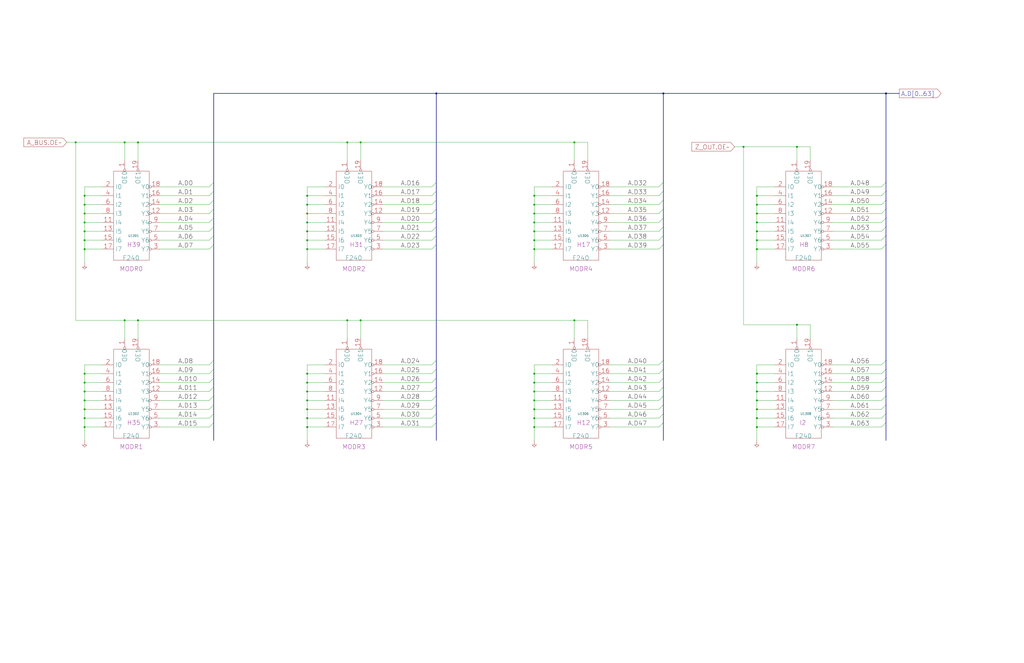
<source format=kicad_sch>
(kicad_sch (version 20250114) (generator "eeschema") (generator_version "9.0")
  (paper "User" 584.2 378.46)
  (title_block (title "LOOP COUNTER LOGIC\\nZERO DRIVERS") (date "15-MAR-90") (rev "1.0") (comment 1 "TYPE") (comment 2 "232-003062") (comment 3 "S400") (comment 4 "RELEASED"))
  (lib_symbols
    (symbol "r1000:F240" (pin_names (offset 1.016))
      (property "Reference" "U" (at 2.54 5.08 0))
      (property "Value" "F240" (at -3.81 -7.62 0))
      (property "Location" "___" (at -1.27 0 0))
      (property "Name" "______" (at 1.27 -15.24 0))
      (symbol "F240_1_1"
        (rectangle (start -8.89 41.91) (end 11.43 -8.89))
        (circle (center -2.54 42.545) (radius 0.635))
        (circle (center 5.08 42.545) (radius 0.635))
        (circle (center 12.065 33.02) (radius 0.635))
        (circle (center 12.065 27.94) (radius 0.635))
        (circle (center 12.065 22.86) (radius 0.635))
        (circle (center 12.065 17.78) (radius 0.635))
        (circle (center 12.065 12.7) (radius 0.635))
        (circle (center 12.065 7.62) (radius 0.635))
        (circle (center 12.065 2.54) (radius 0.635))
        (circle (center 12.065 -2.54) (radius 0.635))
        (pin input line (at -15.24 33.02 0) (length 6.35) (name "I0") (number "2"))
        (pin input line (at -15.24 27.94 0) (length 6.35) (name "I1") (number "4"))
        (pin input line (at -15.24 22.86 0) (length 6.35) (name "I2") (number "6"))
        (pin input line (at -15.24 17.78 0) (length 6.35) (name "I3") (number "8"))
        (pin input line (at -15.24 12.7 0) (length 6.35) (name "I4") (number "11"))
        (pin input line (at -15.24 7.62 0) (length 6.35) (name "I5") (number "13"))
        (pin input line (at -15.24 2.54 0) (length 6.35) (name "I6") (number "15"))
        (pin input line (at -15.24 -2.54 0) (length 6.35) (name "I7") (number "17"))
        (pin input line (at -2.54 48.26 270) (length 5.08) (name "OE0") (number "1"))
        (pin input line (at 5.08 48.26 270) (length 5.08) (name "OE1") (number "19"))
        (pin tri_state line (at 17.78 33.02 180) (length 5.08) (name "Y0") (number "18"))
        (pin tri_state line (at 17.78 27.94 180) (length 5.08) (name "Y1") (number "16"))
        (pin tri_state line (at 17.78 22.86 180) (length 5.08) (name "Y2") (number "14"))
        (pin tri_state line (at 17.78 17.78 180) (length 5.08) (name "Y3") (number "12"))
        (pin tri_state line (at 17.78 12.7 180) (length 5.08) (name "Y4") (number "9"))
        (pin tri_state line (at 17.78 7.62 180) (length 5.08) (name "Y5") (number "7"))
        (pin tri_state line (at 17.78 2.54 180) (length 5.08) (name "Y6") (number "5"))
        (pin tri_state line (at 17.78 -2.54 180) (length 5.08) (name "Y7") (number "3"))
      )
    )
    (symbol "r1000:PD" (power) (pin_numbers (hide yes)) (pin_names (hide yes)) (in_bom no)
      (symbol "PD_0_1"
        (polyline (pts (xy 0 -2.54) (xy 1.27 -2.54) (xy 0 -3.81) (xy -1.27 -2.54) (xy 0 -2.54)) (stroke (width 0.1524)))
      )
      (symbol "PD_1_1"
        (pin power_in line (at 0 0 270) (length 2.54) (name "PD") (number "1"))
      )
    )
  )
  (junction (at 175.26 228.6))
  (junction (at 304.8 111.76))
  (junction (at 304.8 213.36))
  (junction (at 304.8 243.84))
  (junction (at 48.26 233.68))
  (junction (at 304.8 238.76))
  (junction (at 78.74 182.88))
  (junction (at 175.26 116.84))
  (junction (at 48.26 228.6))
  (junction (at 48.26 238.76))
  (junction (at 48.26 223.52))
  (junction (at 454.66 83.82))
  (junction (at 304.8 142.24))
  (junction (at 304.8 121.92))
  (junction (at 48.26 137.16))
  (junction (at 304.8 218.44))
  (junction (at 431.8 111.76))
  (junction (at 304.8 116.84))
  (junction (at 48.26 142.24))
  (junction (at 431.8 142.24))
  (junction (at 248.92 53.34))
  (junction (at 424.18 83.82))
  (junction (at 304.8 228.6))
  (junction (at 431.8 121.92))
  (junction (at 48.26 111.76))
  (junction (at 431.8 137.16))
  (junction (at 175.26 142.24))
  (junction (at 48.26 132.08))
  (junction (at 175.26 233.68))
  (junction (at 175.26 121.92))
  (junction (at 175.26 218.44))
  (junction (at 198.12 182.88))
  (junction (at 175.26 127))
  (junction (at 48.26 213.36))
  (junction (at 43.18 81.28))
  (junction (at 431.8 238.76))
  (junction (at 431.8 218.44))
  (junction (at 175.26 243.84))
  (junction (at 431.8 127))
  (junction (at 175.26 111.76))
  (junction (at 431.8 243.84))
  (junction (at 327.66 81.28))
  (junction (at 175.26 223.52))
  (junction (at 304.8 223.52))
  (junction (at 48.26 127))
  (junction (at 505.46 53.34))
  (junction (at 304.8 233.68))
  (junction (at 304.8 132.08))
  (junction (at 175.26 238.76))
  (junction (at 78.74 81.28))
  (junction (at 378.46 53.34))
  (junction (at 304.8 137.16))
  (junction (at 71.12 182.88))
  (junction (at 175.26 132.08))
  (junction (at 48.26 243.84))
  (junction (at 48.26 116.84))
  (junction (at 205.74 182.88))
  (junction (at 175.26 137.16))
  (junction (at 198.12 81.28))
  (junction (at 48.26 121.92))
  (junction (at 431.8 233.68))
  (junction (at 71.12 81.28))
  (junction (at 304.8 127))
  (junction (at 431.8 132.08))
  (junction (at 48.26 218.44))
  (junction (at 431.8 116.84))
  (junction (at 431.8 213.36))
  (junction (at 175.26 213.36))
  (junction (at 431.8 223.52))
  (junction (at 327.66 182.88))
  (junction (at 431.8 228.6))
  (junction (at 454.66 185.42))
  (junction (at 205.74 81.28))
  (bus_entry (at 505.46 114.3) (size -2.54 2.54))
  (bus_entry (at 248.92 236.22) (size -2.54 2.54))
  (bus_entry (at 248.92 226.06) (size -2.54 2.54))
  (bus_entry (at 248.92 124.46) (size -2.54 2.54))
  (bus_entry (at 378.46 114.3) (size -2.54 2.54))
  (bus_entry (at 378.46 139.7) (size -2.54 2.54))
  (bus_entry (at 121.92 215.9) (size -2.54 2.54))
  (bus_entry (at 378.46 119.38) (size -2.54 2.54))
  (bus_entry (at 121.92 210.82) (size -2.54 2.54))
  (bus_entry (at 378.46 215.9) (size -2.54 2.54))
  (bus_entry (at 378.46 129.54) (size -2.54 2.54))
  (bus_entry (at 248.92 114.3) (size -2.54 2.54))
  (bus_entry (at 378.46 236.22) (size -2.54 2.54))
  (bus_entry (at 121.92 236.22) (size -2.54 2.54))
  (bus_entry (at 248.92 241.3) (size -2.54 2.54))
  (bus_entry (at 121.92 139.7) (size -2.54 2.54))
  (bus_entry (at 248.92 215.9) (size -2.54 2.54))
  (bus_entry (at 121.92 129.54) (size -2.54 2.54))
  (bus_entry (at 121.92 109.22) (size -2.54 2.54))
  (bus_entry (at 121.92 231.14) (size -2.54 2.54))
  (bus_entry (at 248.92 104.14) (size -2.54 2.54))
  (bus_entry (at 378.46 104.14) (size -2.54 2.54))
  (bus_entry (at 505.46 139.7) (size -2.54 2.54))
  (bus_entry (at 505.46 104.14) (size -2.54 2.54))
  (bus_entry (at 248.92 109.22) (size -2.54 2.54))
  (bus_entry (at 505.46 215.9) (size -2.54 2.54))
  (bus_entry (at 121.92 241.3) (size -2.54 2.54))
  (bus_entry (at 248.92 129.54) (size -2.54 2.54))
  (bus_entry (at 378.46 205.74) (size -2.54 2.54))
  (bus_entry (at 505.46 134.62) (size -2.54 2.54))
  (bus_entry (at 378.46 134.62) (size -2.54 2.54))
  (bus_entry (at 505.46 236.22) (size -2.54 2.54))
  (bus_entry (at 505.46 109.22) (size -2.54 2.54))
  (bus_entry (at 505.46 129.54) (size -2.54 2.54))
  (bus_entry (at 505.46 210.82) (size -2.54 2.54))
  (bus_entry (at 248.92 231.14) (size -2.54 2.54))
  (bus_entry (at 378.46 124.46) (size -2.54 2.54))
  (bus_entry (at 248.92 134.62) (size -2.54 2.54))
  (bus_entry (at 505.46 220.98) (size -2.54 2.54))
  (bus_entry (at 505.46 124.46) (size -2.54 2.54))
  (bus_entry (at 121.92 104.14) (size -2.54 2.54))
  (bus_entry (at 248.92 210.82) (size -2.54 2.54))
  (bus_entry (at 248.92 119.38) (size -2.54 2.54))
  (bus_entry (at 121.92 114.3) (size -2.54 2.54))
  (bus_entry (at 378.46 231.14) (size -2.54 2.54))
  (bus_entry (at 378.46 241.3) (size -2.54 2.54))
  (bus_entry (at 505.46 241.3) (size -2.54 2.54))
  (bus_entry (at 121.92 205.74) (size -2.54 2.54))
  (bus_entry (at 505.46 205.74) (size -2.54 2.54))
  (bus_entry (at 121.92 124.46) (size -2.54 2.54))
  (bus_entry (at 248.92 205.74) (size -2.54 2.54))
  (bus_entry (at 378.46 210.82) (size -2.54 2.54))
  (bus_entry (at 121.92 226.06) (size -2.54 2.54))
  (bus_entry (at 505.46 119.38) (size -2.54 2.54))
  (bus_entry (at 378.46 226.06) (size -2.54 2.54))
  (bus_entry (at 378.46 220.98) (size -2.54 2.54))
  (bus_entry (at 505.46 231.14) (size -2.54 2.54))
  (bus_entry (at 121.92 119.38) (size -2.54 2.54))
  (bus_entry (at 248.92 220.98) (size -2.54 2.54))
  (bus_entry (at 121.92 220.98) (size -2.54 2.54))
  (bus_entry (at 248.92 139.7) (size -2.54 2.54))
  (bus_entry (at 505.46 226.06) (size -2.54 2.54))
  (bus_entry (at 121.92 134.62) (size -2.54 2.54))
  (bus_entry (at 378.46 109.22) (size -2.54 2.54))
  (wire (pts (xy 48.26 233.68) (xy 58.42 233.68)))
  (bus (pts (xy 248.92 236.22) (xy 248.92 241.3)))
  (bus (pts (xy 121.92 226.06) (xy 121.92 231.14)))
  (wire (pts (xy 91.44 213.36) (xy 119.38 213.36)))
  (wire (pts (xy 218.44 142.24) (xy 246.38 142.24)))
  (wire (pts (xy 43.18 182.88) (xy 43.18 81.28)))
  (wire (pts (xy 431.8 223.52) (xy 431.8 228.6)))
  (wire (pts (xy 347.98 111.76) (xy 375.92 111.76)))
  (wire (pts (xy 474.98 142.24) (xy 502.92 142.24)))
  (wire (pts (xy 431.8 132.08) (xy 431.8 137.16)))
  (bus (pts (xy 378.46 226.06) (xy 378.46 231.14)))
  (wire (pts (xy 304.8 127) (xy 304.8 132.08)))
  (bus (pts (xy 121.92 231.14) (xy 121.92 236.22)))
  (wire (pts (xy 304.8 218.44) (xy 314.96 218.44)))
  (wire (pts (xy 48.26 127) (xy 58.42 127)))
  (wire (pts (xy 205.74 182.88) (xy 205.74 193.04)))
  (wire (pts (xy 175.26 228.6) (xy 175.26 233.68)))
  (bus (pts (xy 378.46 139.7) (xy 378.46 205.74)))
  (bus (pts (xy 505.46 220.98) (xy 505.46 226.06)))
  (wire (pts (xy 431.8 142.24) (xy 431.8 149.86)))
  (bus (pts (xy 505.46 215.9) (xy 505.46 220.98)))
  (wire (pts (xy 335.28 182.88) (xy 335.28 193.04)))
  (wire (pts (xy 48.26 223.52) (xy 58.42 223.52)))
  (wire (pts (xy 431.8 243.84) (xy 431.8 251.46)))
  (bus (pts (xy 121.92 220.98) (xy 121.92 226.06)))
  (wire (pts (xy 347.98 208.28) (xy 375.92 208.28)))
  (wire (pts (xy 205.74 182.88) (xy 198.12 182.88)))
  (bus (pts (xy 378.46 53.34) (xy 505.46 53.34)))
  (wire (pts (xy 431.8 233.68) (xy 441.96 233.68)))
  (wire (pts (xy 474.98 137.16) (xy 502.92 137.16)))
  (wire (pts (xy 175.26 223.52) (xy 175.26 228.6)))
  (wire (pts (xy 304.8 233.68) (xy 304.8 238.76)))
  (bus (pts (xy 505.46 124.46) (xy 505.46 129.54)))
  (bus (pts (xy 378.46 205.74) (xy 378.46 210.82)))
  (wire (pts (xy 304.8 121.92) (xy 314.96 121.92)))
  (wire (pts (xy 454.66 83.82) (xy 454.66 91.44)))
  (wire (pts (xy 424.18 83.82) (xy 454.66 83.82)))
  (bus (pts (xy 378.46 241.3) (xy 378.46 251.46)))
  (bus (pts (xy 248.92 129.54) (xy 248.92 134.62)))
  (bus (pts (xy 505.46 134.62) (xy 505.46 139.7)))
  (bus (pts (xy 248.92 119.38) (xy 248.92 124.46)))
  (wire (pts (xy 304.8 238.76) (xy 314.96 238.76)))
  (wire (pts (xy 91.44 218.44) (xy 119.38 218.44)))
  (wire (pts (xy 175.26 106.68) (xy 175.26 111.76)))
  (wire (pts (xy 175.26 127) (xy 185.42 127)))
  (wire (pts (xy 43.18 81.28) (xy 71.12 81.28)))
  (wire (pts (xy 48.26 111.76) (xy 58.42 111.76)))
  (wire (pts (xy 218.44 238.76) (xy 246.38 238.76)))
  (bus (pts (xy 121.92 53.34) (xy 121.92 104.14)))
  (bus (pts (xy 248.92 53.34) (xy 248.92 104.14)))
  (bus (pts (xy 121.92 215.9) (xy 121.92 220.98)))
  (wire (pts (xy 304.8 218.44) (xy 304.8 223.52)))
  (wire (pts (xy 78.74 182.88) (xy 78.74 193.04)))
  (wire (pts (xy 218.44 223.52) (xy 246.38 223.52)))
  (wire (pts (xy 474.98 238.76) (xy 502.92 238.76)))
  (wire (pts (xy 347.98 233.68) (xy 375.92 233.68)))
  (wire (pts (xy 304.8 223.52) (xy 314.96 223.52)))
  (wire (pts (xy 175.26 238.76) (xy 185.42 238.76)))
  (wire (pts (xy 431.8 228.6) (xy 431.8 233.68)))
  (wire (pts (xy 431.8 127) (xy 441.96 127)))
  (wire (pts (xy 454.66 83.82) (xy 462.28 83.82)))
  (wire (pts (xy 304.8 228.6) (xy 314.96 228.6)))
  (wire (pts (xy 431.8 116.84) (xy 441.96 116.84)))
  (wire (pts (xy 175.26 243.84) (xy 175.26 251.46)))
  (bus (pts (xy 505.46 53.34) (xy 505.46 104.14)))
  (bus (pts (xy 248.92 53.34) (xy 378.46 53.34)))
  (wire (pts (xy 347.98 223.52) (xy 375.92 223.52)))
  (wire (pts (xy 198.12 182.88) (xy 78.74 182.88)))
  (bus (pts (xy 505.46 210.82) (xy 505.46 215.9)))
  (wire (pts (xy 314.96 208.28) (xy 304.8 208.28)))
  (wire (pts (xy 198.12 182.88) (xy 198.12 193.04)))
  (wire (pts (xy 218.44 121.92) (xy 246.38 121.92)))
  (bus (pts (xy 121.92 104.14) (xy 121.92 109.22)))
  (wire (pts (xy 91.44 142.24) (xy 119.38 142.24)))
  (wire (pts (xy 347.98 213.36) (xy 375.92 213.36)))
  (wire (pts (xy 175.26 243.84) (xy 185.42 243.84)))
  (wire (pts (xy 205.74 81.28) (xy 327.66 81.28)))
  (bus (pts (xy 505.46 236.22) (xy 505.46 241.3)))
  (wire (pts (xy 71.12 182.88) (xy 71.12 193.04)))
  (bus (pts (xy 248.92 215.9) (xy 248.92 220.98)))
  (wire (pts (xy 419.1 83.82) (xy 424.18 83.82)))
  (bus (pts (xy 121.92 124.46) (xy 121.92 129.54)))
  (wire (pts (xy 48.26 111.76) (xy 48.26 116.84)))
  (wire (pts (xy 91.44 238.76) (xy 119.38 238.76)))
  (wire (pts (xy 198.12 81.28) (xy 198.12 91.44)))
  (wire (pts (xy 48.26 121.92) (xy 48.26 127)))
  (wire (pts (xy 431.8 137.16) (xy 431.8 142.24)))
  (wire (pts (xy 474.98 116.84) (xy 502.92 116.84)))
  (wire (pts (xy 441.96 208.28) (xy 431.8 208.28)))
  (wire (pts (xy 175.26 137.16) (xy 185.42 137.16)))
  (wire (pts (xy 91.44 111.76) (xy 119.38 111.76)))
  (wire (pts (xy 474.98 218.44) (xy 502.92 218.44)))
  (bus (pts (xy 248.92 139.7) (xy 248.92 205.74)))
  (wire (pts (xy 462.28 185.42) (xy 454.66 185.42)))
  (bus (pts (xy 378.46 220.98) (xy 378.46 226.06)))
  (wire (pts (xy 347.98 106.68) (xy 375.92 106.68)))
  (wire (pts (xy 304.8 111.76) (xy 314.96 111.76)))
  (wire (pts (xy 175.26 208.28) (xy 175.26 213.36)))
  (wire (pts (xy 48.26 218.44) (xy 48.26 223.52)))
  (wire (pts (xy 424.18 185.42) (xy 424.18 83.82)))
  (wire (pts (xy 431.8 132.08) (xy 441.96 132.08)))
  (bus (pts (xy 121.92 119.38) (xy 121.92 124.46)))
  (wire (pts (xy 91.44 223.52) (xy 119.38 223.52)))
  (bus (pts (xy 378.46 129.54) (xy 378.46 134.62)))
  (wire (pts (xy 431.8 223.52) (xy 441.96 223.52)))
  (bus (pts (xy 121.92 205.74) (xy 121.92 210.82)))
  (wire (pts (xy 474.98 228.6) (xy 502.92 228.6)))
  (bus (pts (xy 248.92 210.82) (xy 248.92 215.9)))
  (wire (pts (xy 431.8 208.28) (xy 431.8 213.36)))
  (wire (pts (xy 431.8 121.92) (xy 431.8 127)))
  (wire (pts (xy 48.26 228.6) (xy 48.26 233.68)))
  (wire (pts (xy 175.26 132.08) (xy 185.42 132.08)))
  (wire (pts (xy 431.8 121.92) (xy 441.96 121.92)))
  (bus (pts (xy 378.46 124.46) (xy 378.46 129.54)))
  (wire (pts (xy 304.8 132.08) (xy 314.96 132.08)))
  (wire (pts (xy 175.26 218.44) (xy 185.42 218.44)))
  (wire (pts (xy 48.26 233.68) (xy 48.26 238.76)))
  (wire (pts (xy 431.8 106.68) (xy 431.8 111.76)))
  (wire (pts (xy 454.66 185.42) (xy 424.18 185.42)))
  (wire (pts (xy 431.8 137.16) (xy 441.96 137.16)))
  (wire (pts (xy 175.26 137.16) (xy 175.26 142.24)))
  (wire (pts (xy 474.98 213.36) (xy 502.92 213.36)))
  (wire (pts (xy 78.74 81.28) (xy 198.12 81.28)))
  (bus (pts (xy 378.46 231.14) (xy 378.46 236.22)))
  (wire (pts (xy 304.8 238.76) (xy 304.8 243.84)))
  (wire (pts (xy 48.26 137.16) (xy 58.42 137.16)))
  (bus (pts (xy 248.92 109.22) (xy 248.92 114.3)))
  (bus (pts (xy 248.92 241.3) (xy 248.92 251.46)))
  (wire (pts (xy 175.26 223.52) (xy 185.42 223.52)))
  (wire (pts (xy 304.8 106.68) (xy 304.8 111.76)))
  (wire (pts (xy 48.26 228.6) (xy 58.42 228.6)))
  (wire (pts (xy 335.28 81.28) (xy 335.28 91.44)))
  (wire (pts (xy 91.44 233.68) (xy 119.38 233.68)))
  (wire (pts (xy 48.26 243.84) (xy 58.42 243.84)))
  (wire (pts (xy 175.26 218.44) (xy 175.26 223.52)))
  (bus (pts (xy 505.46 129.54) (xy 505.46 134.62)))
  (wire (pts (xy 48.26 213.36) (xy 58.42 213.36)))
  (wire (pts (xy 185.42 106.68) (xy 175.26 106.68)))
  (wire (pts (xy 198.12 81.28) (xy 205.74 81.28)))
  (wire (pts (xy 48.26 238.76) (xy 48.26 243.84)))
  (bus (pts (xy 505.46 231.14) (xy 505.46 236.22)))
  (wire (pts (xy 347.98 116.84) (xy 375.92 116.84)))
  (wire (pts (xy 175.26 116.84) (xy 175.26 121.92)))
  (wire (pts (xy 474.98 243.84) (xy 502.92 243.84)))
  (wire (pts (xy 431.8 218.44) (xy 431.8 223.52)))
  (bus (pts (xy 121.92 129.54) (xy 121.92 134.62)))
  (wire (pts (xy 185.42 208.28) (xy 175.26 208.28)))
  (wire (pts (xy 304.8 111.76) (xy 304.8 116.84)))
  (wire (pts (xy 304.8 121.92) (xy 304.8 127)))
  (wire (pts (xy 304.8 137.16) (xy 314.96 137.16)))
  (wire (pts (xy 175.26 111.76) (xy 185.42 111.76)))
  (bus (pts (xy 121.92 134.62) (xy 121.92 139.7)))
  (bus (pts (xy 121.92 241.3) (xy 121.92 251.46)))
  (wire (pts (xy 48.26 137.16) (xy 48.26 142.24)))
  (wire (pts (xy 218.44 243.84) (xy 246.38 243.84)))
  (wire (pts (xy 304.8 213.36) (xy 304.8 218.44)))
  (wire (pts (xy 347.98 243.84) (xy 375.92 243.84)))
  (wire (pts (xy 218.44 233.68) (xy 246.38 233.68)))
  (wire (pts (xy 431.8 111.76) (xy 431.8 116.84)))
  (wire (pts (xy 218.44 116.84) (xy 246.38 116.84)))
  (wire (pts (xy 91.44 116.84) (xy 119.38 116.84)))
  (wire (pts (xy 175.26 121.92) (xy 175.26 127)))
  (wire (pts (xy 218.44 137.16) (xy 246.38 137.16)))
  (wire (pts (xy 454.66 185.42) (xy 454.66 193.04)))
  (wire (pts (xy 304.8 228.6) (xy 304.8 233.68)))
  (wire (pts (xy 474.98 223.52) (xy 502.92 223.52)))
  (wire (pts (xy 431.8 228.6) (xy 441.96 228.6)))
  (wire (pts (xy 431.8 238.76) (xy 441.96 238.76)))
  (bus (pts (xy 378.46 134.62) (xy 378.46 139.7)))
  (bus (pts (xy 121.92 114.3) (xy 121.92 119.38)))
  (wire (pts (xy 304.8 223.52) (xy 304.8 228.6)))
  (bus (pts (xy 378.46 236.22) (xy 378.46 241.3)))
  (wire (pts (xy 48.26 213.36) (xy 48.26 218.44)))
  (wire (pts (xy 48.26 106.68) (xy 48.26 111.76)))
  (wire (pts (xy 431.8 111.76) (xy 441.96 111.76)))
  (wire (pts (xy 48.26 243.84) (xy 48.26 251.46)))
  (wire (pts (xy 327.66 81.28) (xy 335.28 81.28)))
  (wire (pts (xy 431.8 213.36) (xy 441.96 213.36)))
  (wire (pts (xy 48.26 142.24) (xy 48.26 149.86)))
  (wire (pts (xy 218.44 106.68) (xy 246.38 106.68)))
  (bus (pts (xy 378.46 109.22) (xy 378.46 114.3)))
  (wire (pts (xy 218.44 111.76) (xy 246.38 111.76)))
  (wire (pts (xy 48.26 132.08) (xy 58.42 132.08)))
  (bus (pts (xy 378.46 104.14) (xy 378.46 109.22)))
  (wire (pts (xy 304.8 116.84) (xy 304.8 121.92)))
  (bus (pts (xy 248.92 231.14) (xy 248.92 236.22)))
  (wire (pts (xy 48.26 132.08) (xy 48.26 137.16)))
  (bus (pts (xy 248.92 205.74) (xy 248.92 210.82)))
  (wire (pts (xy 304.8 208.28) (xy 304.8 213.36)))
  (wire (pts (xy 48.26 223.52) (xy 48.26 228.6)))
  (bus (pts (xy 505.46 114.3) (xy 505.46 119.38)))
  (wire (pts (xy 304.8 142.24) (xy 314.96 142.24)))
  (wire (pts (xy 304.8 233.68) (xy 314.96 233.68)))
  (wire (pts (xy 175.26 111.76) (xy 175.26 116.84)))
  (wire (pts (xy 48.26 142.24) (xy 58.42 142.24)))
  (bus (pts (xy 505.46 226.06) (xy 505.46 231.14)))
  (bus (pts (xy 505.46 109.22) (xy 505.46 114.3)))
  (wire (pts (xy 335.28 182.88) (xy 327.66 182.88)))
  (wire (pts (xy 347.98 137.16) (xy 375.92 137.16)))
  (wire (pts (xy 347.98 238.76) (xy 375.92 238.76)))
  (wire (pts (xy 474.98 208.28) (xy 502.92 208.28)))
  (bus (pts (xy 248.92 134.62) (xy 248.92 139.7)))
  (wire (pts (xy 58.42 106.68) (xy 48.26 106.68)))
  (wire (pts (xy 347.98 121.92) (xy 375.92 121.92)))
  (wire (pts (xy 474.98 121.92) (xy 502.92 121.92)))
  (wire (pts (xy 347.98 228.6) (xy 375.92 228.6)))
  (wire (pts (xy 175.26 228.6) (xy 185.42 228.6)))
  (wire (pts (xy 304.8 213.36) (xy 314.96 213.36)))
  (bus (pts (xy 505.46 241.3) (xy 505.46 251.46)))
  (bus (pts (xy 378.46 215.9) (xy 378.46 220.98)))
  (bus (pts (xy 248.92 104.14) (xy 248.92 109.22)))
  (wire (pts (xy 431.8 233.68) (xy 431.8 238.76)))
  (wire (pts (xy 474.98 111.76) (xy 502.92 111.76)))
  (wire (pts (xy 218.44 213.36) (xy 246.38 213.36)))
  (bus (pts (xy 378.46 119.38) (xy 378.46 124.46)))
  (wire (pts (xy 218.44 218.44) (xy 246.38 218.44)))
  (wire (pts (xy 175.26 233.68) (xy 175.26 238.76)))
  (wire (pts (xy 205.74 81.28) (xy 205.74 91.44)))
  (bus (pts (xy 248.92 124.46) (xy 248.92 129.54)))
  (wire (pts (xy 78.74 81.28) (xy 78.74 91.44)))
  (wire (pts (xy 175.26 233.68) (xy 185.42 233.68)))
  (wire (pts (xy 175.26 127) (xy 175.26 132.08)))
  (wire (pts (xy 218.44 127) (xy 246.38 127)))
  (wire (pts (xy 462.28 83.82) (xy 462.28 91.44)))
  (bus (pts (xy 505.46 205.74) (xy 505.46 210.82)))
  (wire (pts (xy 431.8 238.76) (xy 431.8 243.84)))
  (bus (pts (xy 378.46 114.3) (xy 378.46 119.38)))
  (wire (pts (xy 48.26 127) (xy 48.26 132.08)))
  (bus (pts (xy 505.46 139.7) (xy 505.46 205.74)))
  (wire (pts (xy 441.96 106.68) (xy 431.8 106.68)))
  (wire (pts (xy 304.8 243.84) (xy 314.96 243.84)))
  (wire (pts (xy 347.98 127) (xy 375.92 127)))
  (bus (pts (xy 505.46 104.14) (xy 505.46 109.22)))
  (bus (pts (xy 121.92 210.82) (xy 121.92 215.9)))
  (wire (pts (xy 304.8 132.08) (xy 304.8 137.16)))
  (wire (pts (xy 175.26 142.24) (xy 185.42 142.24)))
  (wire (pts (xy 58.42 208.28) (xy 48.26 208.28)))
  (wire (pts (xy 48.26 218.44) (xy 58.42 218.44)))
  (wire (pts (xy 91.44 121.92) (xy 119.38 121.92)))
  (wire (pts (xy 462.28 185.42) (xy 462.28 193.04)))
  (wire (pts (xy 304.8 116.84) (xy 314.96 116.84)))
  (wire (pts (xy 175.26 116.84) (xy 185.42 116.84)))
  (wire (pts (xy 48.26 208.28) (xy 48.26 213.36)))
  (bus (pts (xy 121.92 236.22) (xy 121.92 241.3)))
  (wire (pts (xy 38.1 81.28) (xy 43.18 81.28)))
  (wire (pts (xy 175.26 213.36) (xy 175.26 218.44)))
  (wire (pts (xy 474.98 127) (xy 502.92 127)))
  (wire (pts (xy 218.44 208.28) (xy 246.38 208.28)))
  (wire (pts (xy 304.8 243.84) (xy 304.8 251.46)))
  (bus (pts (xy 248.92 226.06) (xy 248.92 231.14)))
  (wire (pts (xy 175.26 121.92) (xy 185.42 121.92)))
  (bus (pts (xy 378.46 210.82) (xy 378.46 215.9)))
  (bus (pts (xy 248.92 220.98) (xy 248.92 226.06)))
  (wire (pts (xy 474.98 233.68) (xy 502.92 233.68)))
  (wire (pts (xy 71.12 81.28) (xy 71.12 91.44)))
  (wire (pts (xy 314.96 106.68) (xy 304.8 106.68)))
  (bus (pts (xy 378.46 53.34) (xy 378.46 104.14)))
  (wire (pts (xy 327.66 182.88) (xy 327.66 193.04)))
  (wire (pts (xy 71.12 182.88) (xy 43.18 182.88)))
  (wire (pts (xy 175.26 238.76) (xy 175.26 243.84)))
  (wire (pts (xy 91.44 132.08) (xy 119.38 132.08)))
  (wire (pts (xy 175.26 213.36) (xy 185.42 213.36)))
  (wire (pts (xy 347.98 142.24) (xy 375.92 142.24)))
  (bus (pts (xy 121.92 139.7) (xy 121.92 205.74)))
  (wire (pts (xy 91.44 208.28) (xy 119.38 208.28)))
  (bus (pts (xy 121.92 109.22) (xy 121.92 114.3)))
  (wire (pts (xy 474.98 132.08) (xy 502.92 132.08)))
  (wire (pts (xy 175.26 132.08) (xy 175.26 137.16)))
  (wire (pts (xy 431.8 213.36) (xy 431.8 218.44)))
  (wire (pts (xy 327.66 182.88) (xy 205.74 182.88)))
  (wire (pts (xy 48.26 116.84) (xy 58.42 116.84)))
  (wire (pts (xy 431.8 116.84) (xy 431.8 121.92)))
  (wire (pts (xy 304.8 137.16) (xy 304.8 142.24)))
  (wire (pts (xy 48.26 116.84) (xy 48.26 121.92)))
  (wire (pts (xy 431.8 218.44) (xy 441.96 218.44)))
  (bus (pts (xy 505.46 53.34) (xy 513.08 53.34)))
  (bus (pts (xy 121.92 53.34) (xy 248.92 53.34)))
  (wire (pts (xy 431.8 127) (xy 431.8 132.08)))
  (bus (pts (xy 505.46 119.38) (xy 505.46 124.46)))
  (wire (pts (xy 347.98 218.44) (xy 375.92 218.44)))
  (wire (pts (xy 91.44 243.84) (xy 119.38 243.84)))
  (wire (pts (xy 304.8 127) (xy 314.96 127)))
  (wire (pts (xy 474.98 106.68) (xy 502.92 106.68)))
  (wire (pts (xy 347.98 132.08) (xy 375.92 132.08)))
  (wire (pts (xy 431.8 243.84) (xy 441.96 243.84)))
  (wire (pts (xy 91.44 137.16) (xy 119.38 137.16)))
  (wire (pts (xy 91.44 228.6) (xy 119.38 228.6)))
  (bus (pts (xy 248.92 114.3) (xy 248.92 119.38)))
  (wire (pts (xy 327.66 81.28) (xy 327.66 91.44)))
  (wire (pts (xy 48.26 121.92) (xy 58.42 121.92)))
  (wire (pts (xy 48.26 238.76) (xy 58.42 238.76)))
  (wire (pts (xy 71.12 81.28) (xy 78.74 81.28)))
  (wire (pts (xy 218.44 132.08) (xy 246.38 132.08)))
  (wire (pts (xy 91.44 127) (xy 119.38 127)))
  (wire (pts (xy 304.8 142.24) (xy 304.8 149.86)))
  (wire (pts (xy 175.26 142.24) (xy 175.26 149.86)))
  (wire (pts (xy 78.74 182.88) (xy 71.12 182.88)))
  (wire (pts (xy 91.44 106.68) (xy 119.38 106.68)))
  (wire (pts (xy 431.8 142.24) (xy 441.96 142.24)))
  (wire (pts (xy 218.44 228.6) (xy 246.38 228.6)))
  (label "A.D54" (at 485.14 137.16 0) (effects (font (size 2.54 2.54))))
  (label "A.D18" (at 228.6 116.84 0) (effects (font (size 2.54 2.54))))
  (label "A.D9" (at 101.6 213.36 0) (effects (font (size 2.54 2.54))))
  (label "A.D10" (at 101.6 218.44 0) (effects (font (size 2.54 2.54))))
  (label "A.D38" (at 358.14 137.16 0) (effects (font (size 2.54 2.54))))
  (label "A.D62" (at 485.14 238.76 0) (effects (font (size 2.54 2.54))))
  (label "A.D44" (at 358.14 228.6 0) (effects (font (size 2.54 2.54))))
  (label "A.D51" (at 485.14 121.92 0) (effects (font (size 2.54 2.54))))
  (label "A.D36" (at 358.14 127 0) (effects (font (size 2.54 2.54))))
  (label "A.D63" (at 485.14 243.84 0) (effects (font (size 2.54 2.54))))
  (label "A.D13" (at 101.6 233.68 0) (effects (font (size 2.54 2.54))))
  (label "A.D45" (at 358.14 233.68 0) (effects (font (size 2.54 2.54))))
  (label "A.D57" (at 485.14 213.36 0) (effects (font (size 2.54 2.54))))
  (label "A.D47" (at 358.14 243.84 0) (effects (font (size 2.54 2.54))))
  (label "A.D48" (at 485.14 106.68 0) (effects (font (size 2.54 2.54))))
  (label "A.D12" (at 101.6 228.6 0) (effects (font (size 2.54 2.54))))
  (label "A.D19" (at 228.6 121.92 0) (effects (font (size 2.54 2.54))))
  (label "A.D59" (at 485.14 223.52 0) (effects (font (size 2.54 2.54))))
  (label "A.D37" (at 358.14 132.08 0) (effects (font (size 2.54 2.54))))
  (label "A.D60" (at 485.14 228.6 0) (effects (font (size 2.54 2.54))))
  (label "A.D23" (at 228.6 142.24 0) (effects (font (size 2.54 2.54))))
  (label "A.D14" (at 101.6 238.76 0) (effects (font (size 2.54 2.54))))
  (label "A.D52" (at 485.14 127 0) (effects (font (size 2.54 2.54))))
  (label "A.D34" (at 358.14 116.84 0) (effects (font (size 2.54 2.54))))
  (label "A.D33" (at 358.14 111.76 0) (effects (font (size 2.54 2.54))))
  (label "A.D28" (at 228.6 228.6 0) (effects (font (size 2.54 2.54))))
  (label "A.D30" (at 228.6 238.76 0) (effects (font (size 2.54 2.54))))
  (label "A.D29" (at 228.6 233.68 0) (effects (font (size 2.54 2.54))))
  (label "A.D6" (at 101.6 137.16 0) (effects (font (size 2.54 2.54))))
  (label "A.D15" (at 101.6 243.84 0) (effects (font (size 2.54 2.54))))
  (label "A.D2" (at 101.6 116.84 0) (effects (font (size 2.54 2.54))))
  (label "A.D21" (at 228.6 132.08 0) (effects (font (size 2.54 2.54))))
  (label "A.D4" (at 101.6 127 0) (effects (font (size 2.54 2.54))))
  (label "A.D53" (at 485.14 132.08 0) (effects (font (size 2.54 2.54))))
  (label "A.D17" (at 228.6 111.76 0) (effects (font (size 2.54 2.54))))
  (label "A.D46" (at 358.14 238.76 0) (effects (font (size 2.54 2.54))))
  (label "A.D1" (at 101.6 111.76 0) (effects (font (size 2.54 2.54))))
  (label "A.D42" (at 358.14 218.44 0) (effects (font (size 2.54 2.54))))
  (label "A.D50" (at 485.14 116.84 0) (effects (font (size 2.54 2.54))))
  (label "A.D49" (at 485.14 111.76 0) (effects (font (size 2.54 2.54))))
  (label "A.D43" (at 358.14 223.52 0) (effects (font (size 2.54 2.54))))
  (label "A.D26" (at 228.6 218.44 0) (effects (font (size 2.54 2.54))))
  (label "A.D35" (at 358.14 121.92 0) (effects (font (size 2.54 2.54))))
  (label "A.D31" (at 228.6 243.84 0) (effects (font (size 2.54 2.54))))
  (label "A.D22" (at 228.6 137.16 0) (effects (font (size 2.54 2.54))))
  (label "A.D0" (at 101.6 106.68 0) (effects (font (size 2.54 2.54))))
  (label "A.D25" (at 228.6 213.36 0) (effects (font (size 2.54 2.54))))
  (label "A.D61" (at 485.14 233.68 0) (effects (font (size 2.54 2.54))))
  (label "A.D32" (at 358.14 106.68 0) (effects (font (size 2.54 2.54))))
  (label "A.D40" (at 358.14 208.28 0) (effects (font (size 2.54 2.54))))
  (label "A.D24" (at 228.6 208.28 0) (effects (font (size 2.54 2.54))))
  (label "A.D3" (at 101.6 121.92 0) (effects (font (size 2.54 2.54))))
  (label "A.D56" (at 485.14 208.28 0) (effects (font (size 2.54 2.54))))
  (label "A.D27" (at 228.6 223.52 0) (effects (font (size 2.54 2.54))))
  (label "A.D41" (at 358.14 213.36 0) (effects (font (size 2.54 2.54))))
  (label "A.D5" (at 101.6 132.08 0) (effects (font (size 2.54 2.54))))
  (label "A.D16" (at 228.6 106.68 0) (effects (font (size 2.54 2.54))))
  (label "A.D8" (at 101.6 208.28 0) (effects (font (size 2.54 2.54))))
  (label "A.D39" (at 358.14 142.24 0) (effects (font (size 2.54 2.54))))
  (label "A.D11" (at 101.6 223.52 0) (effects (font (size 2.54 2.54))))
  (label "A.D58" (at 485.14 218.44 0) (effects (font (size 2.54 2.54))))
  (label "A.D7" (at 101.6 142.24 0) (effects (font (size 2.54 2.54))))
  (label "A.D20" (at 228.6 127 0) (effects (font (size 2.54 2.54))))
  (label "A.D55" (at 485.14 142.24 0) (effects (font (size 2.54 2.54))))
  (global_label "A.D[0..63]" (shape output) (at 513.08 53.34 0) (effects (font (size 2.54 2.54))) (property "Intersheetrefs" "${INTERSHEET_REFS}" (at 536.8955 53.1813 0) (effects (font (size 1.905 1.905)) (justify left))))
  (global_label "A_BUS.OE~" (shape input) (at 38.1 81.28 180) (effects (font (size 2.54 2.54))) (property "Intersheetrefs" "${INTERSHEET_REFS}" (at 13.5588 81.1213 0) (effects (font (size 1.905 1.905)) (justify right))))
  (global_label "Z_OUT.OE~" (shape input) (at 419.1 83.82 180) (effects (font (size 2.54 2.54))) (property "Intersheetrefs" "${INTERSHEET_REFS}" (at 394.6797 83.6613 0) (effects (font (size 1.905 1.905)) (justify right))))
  (symbol (lib_id "r1000:PD") (at 48.26 251.46 0) (unit 1) (in_bom no)
    (property "Reference" "#PWR01302" (effects (hide yes)))
    (property "Value" "PD" (effects (hide yes)))
  )
  (symbol (lib_id "r1000:F240") (at 330.2 139.7 0) (unit 1)
    (property "Reference" "U1305" (at 332.74 134.62 0))
    (property "Value" "F240" (at 326.39 147.32 0) (effects (font (size 2.54 2.54)) (justify left)))
    (property "Location" "H17" (at 328.93 139.7 0) (effects (font (size 2.54 2.54)) (justify left)))
    (property "Name" "MODR4" (at 331.47 154.94 0) (effects (font (size 2.54 2.54)) (justify bottom)))
  )
  (symbol (lib_id "r1000:PD") (at 304.8 149.86 0) (unit 1) (in_bom no)
    (property "Reference" "#PWR01305" (effects (hide yes)))
    (property "Value" "PD" (effects (hide yes)))
  )
  (symbol (lib_id "r1000:PD") (at 48.26 149.86 0) (unit 1) (in_bom no)
    (property "Reference" "#PWR01301" (effects (hide yes)))
    (property "Value" "PD" (effects (hide yes)))
  )
  (symbol (lib_id "r1000:F240") (at 73.66 241.3 0) (unit 1)
    (property "Reference" "U1302" (at 76.2 236.22 0))
    (property "Value" "F240" (at 69.85 248.92 0) (effects (font (size 2.54 2.54)) (justify left)))
    (property "Location" "H35" (at 72.39 241.3 0) (effects (font (size 2.54 2.54)) (justify left)))
    (property "Name" "MODR1" (at 74.93 256.54 0) (effects (font (size 2.54 2.54)) (justify bottom)))
  )
  (symbol (lib_id "r1000:PD") (at 431.8 149.86 0) (unit 1) (in_bom no)
    (property "Reference" "#PWR01307" (effects (hide yes)))
    (property "Value" "PD" (effects (hide yes)))
  )
  (symbol (lib_id "r1000:PD") (at 175.26 251.46 0) (unit 1) (in_bom no)
    (property "Reference" "#PWR01304" (effects (hide yes)))
    (property "Value" "PD" (effects (hide yes)))
  )
  (symbol (lib_id "r1000:F240") (at 330.2 241.3 0) (unit 1)
    (property "Reference" "U1306" (at 332.74 236.22 0))
    (property "Value" "F240" (at 326.39 248.92 0) (effects (font (size 2.54 2.54)) (justify left)))
    (property "Location" "H12" (at 328.93 241.3 0) (effects (font (size 2.54 2.54)) (justify left)))
    (property "Name" "MODR5" (at 331.47 256.54 0) (effects (font (size 2.54 2.54)) (justify bottom)))
  )
  (symbol (lib_id "r1000:F240") (at 457.2 241.3 0) (unit 1)
    (property "Reference" "U1308" (at 459.74 236.22 0))
    (property "Value" "F240" (at 453.39 248.92 0) (effects (font (size 2.54 2.54)) (justify left)))
    (property "Location" "I2" (at 455.93 241.3 0) (effects (font (size 2.54 2.54)) (justify left)))
    (property "Name" "MODR7" (at 458.47 256.54 0) (effects (font (size 2.54 2.54)) (justify bottom)))
  )
  (symbol (lib_id "r1000:F240") (at 200.66 241.3 0) (unit 1)
    (property "Reference" "U1304" (at 203.2 236.22 0))
    (property "Value" "F240" (at 196.85 248.92 0) (effects (font (size 2.54 2.54)) (justify left)))
    (property "Location" "H27" (at 199.39 241.3 0) (effects (font (size 2.54 2.54)) (justify left)))
    (property "Name" "MODR3" (at 201.93 256.54 0) (effects (font (size 2.54 2.54)) (justify bottom)))
  )
  (symbol (lib_id "r1000:PD") (at 431.8 251.46 0) (unit 1) (in_bom no)
    (property "Reference" "#PWR01308" (effects (hide yes)))
    (property "Value" "PD" (effects (hide yes)))
  )
  (symbol (lib_id "r1000:PD") (at 175.26 149.86 0) (unit 1) (in_bom no)
    (property "Reference" "#PWR01303" (effects (hide yes)))
    (property "Value" "PD" (effects (hide yes)))
  )
  (symbol (lib_id "r1000:PD") (at 304.8 251.46 0) (unit 1) (in_bom no)
    (property "Reference" "#PWR01306" (effects (hide yes)))
    (property "Value" "PD" (effects (hide yes)))
  )
  (symbol (lib_id "r1000:F240") (at 457.2 139.7 0) (unit 1)
    (property "Reference" "U1307" (at 459.74 134.62 0))
    (property "Value" "F240" (at 453.39 147.32 0) (effects (font (size 2.54 2.54)) (justify left)))
    (property "Location" "H8" (at 455.93 139.7 0) (effects (font (size 2.54 2.54)) (justify left)))
    (property "Name" "MODR6" (at 458.47 154.94 0) (effects (font (size 2.54 2.54)) (justify bottom)))
  )
  (symbol (lib_id "r1000:F240") (at 200.66 139.7 0) (unit 1)
    (property "Reference" "U1303" (at 203.2 134.62 0))
    (property "Value" "F240" (at 196.85 147.32 0) (effects (font (size 2.54 2.54)) (justify left)))
    (property "Location" "H31" (at 199.39 139.7 0) (effects (font (size 2.54 2.54)) (justify left)))
    (property "Name" "MODR2" (at 201.93 154.94 0) (effects (font (size 2.54 2.54)) (justify bottom)))
  )
  (symbol (lib_id "r1000:F240") (at 73.66 139.7 0) (unit 1)
    (property "Reference" "U1301" (at 76.2 134.62 0))
    (property "Value" "F240" (at 69.85 147.32 0) (effects (font (size 2.54 2.54)) (justify left)))
    (property "Location" "H39" (at 72.39 139.7 0) (effects (font (size 2.54 2.54)) (justify left)))
    (property "Name" "MODR0" (at 74.93 154.94 0) (effects (font (size 2.54 2.54)) (justify bottom)))
  )
)
</source>
